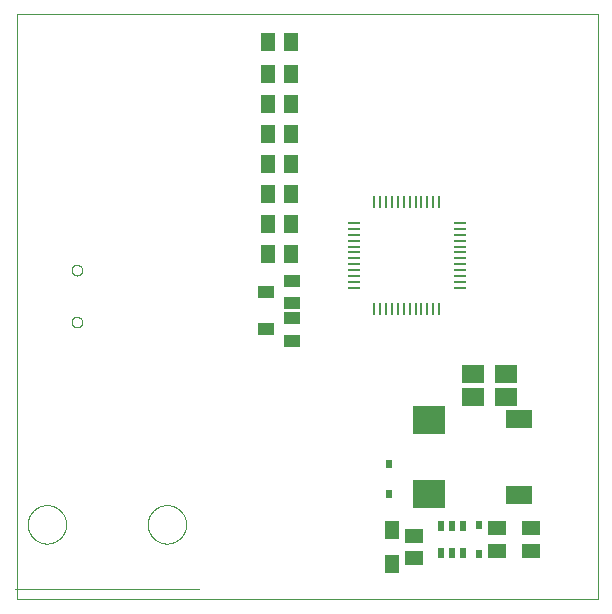
<source format=gbp>
G75*
%MOIN*%
%OFA0B0*%
%FSLAX25Y25*%
%IPPOS*%
%LPD*%
%AMOC8*
5,1,8,0,0,1.08239X$1,22.5*
%
%ADD10C,0.00000*%
%ADD11R,0.05118X0.05906*%
%ADD12R,0.11024X0.09449*%
%ADD13R,0.05906X0.05118*%
%ADD14R,0.07677X0.05906*%
%ADD15R,0.05512X0.03937*%
%ADD16R,0.02362X0.03150*%
%ADD17R,0.04724X0.05906*%
%ADD18R,0.03937X0.00787*%
%ADD19R,0.00787X0.03937*%
%ADD20R,0.02362X0.03543*%
%ADD21C,0.00039*%
%ADD22R,0.08661X0.06299*%
D10*
X0031644Y0065933D02*
X0031644Y0260894D01*
X0225345Y0260894D01*
X0225345Y0065933D01*
X0031644Y0065933D01*
X0035244Y0090933D02*
X0035246Y0091093D01*
X0035252Y0091252D01*
X0035262Y0091411D01*
X0035276Y0091570D01*
X0035294Y0091729D01*
X0035315Y0091887D01*
X0035341Y0092044D01*
X0035371Y0092201D01*
X0035404Y0092357D01*
X0035442Y0092512D01*
X0035483Y0092666D01*
X0035528Y0092819D01*
X0035577Y0092971D01*
X0035630Y0093122D01*
X0035686Y0093271D01*
X0035747Y0093419D01*
X0035810Y0093565D01*
X0035878Y0093710D01*
X0035949Y0093853D01*
X0036023Y0093994D01*
X0036101Y0094133D01*
X0036183Y0094270D01*
X0036268Y0094405D01*
X0036356Y0094538D01*
X0036448Y0094669D01*
X0036542Y0094797D01*
X0036640Y0094923D01*
X0036741Y0095047D01*
X0036845Y0095168D01*
X0036952Y0095286D01*
X0037062Y0095402D01*
X0037175Y0095515D01*
X0037291Y0095625D01*
X0037409Y0095732D01*
X0037530Y0095836D01*
X0037654Y0095937D01*
X0037780Y0096035D01*
X0037908Y0096129D01*
X0038039Y0096221D01*
X0038172Y0096309D01*
X0038307Y0096394D01*
X0038444Y0096476D01*
X0038583Y0096554D01*
X0038724Y0096628D01*
X0038867Y0096699D01*
X0039012Y0096767D01*
X0039158Y0096830D01*
X0039306Y0096891D01*
X0039455Y0096947D01*
X0039606Y0097000D01*
X0039758Y0097049D01*
X0039911Y0097094D01*
X0040065Y0097135D01*
X0040220Y0097173D01*
X0040376Y0097206D01*
X0040533Y0097236D01*
X0040690Y0097262D01*
X0040848Y0097283D01*
X0041007Y0097301D01*
X0041166Y0097315D01*
X0041325Y0097325D01*
X0041484Y0097331D01*
X0041644Y0097333D01*
X0041804Y0097331D01*
X0041963Y0097325D01*
X0042122Y0097315D01*
X0042281Y0097301D01*
X0042440Y0097283D01*
X0042598Y0097262D01*
X0042755Y0097236D01*
X0042912Y0097206D01*
X0043068Y0097173D01*
X0043223Y0097135D01*
X0043377Y0097094D01*
X0043530Y0097049D01*
X0043682Y0097000D01*
X0043833Y0096947D01*
X0043982Y0096891D01*
X0044130Y0096830D01*
X0044276Y0096767D01*
X0044421Y0096699D01*
X0044564Y0096628D01*
X0044705Y0096554D01*
X0044844Y0096476D01*
X0044981Y0096394D01*
X0045116Y0096309D01*
X0045249Y0096221D01*
X0045380Y0096129D01*
X0045508Y0096035D01*
X0045634Y0095937D01*
X0045758Y0095836D01*
X0045879Y0095732D01*
X0045997Y0095625D01*
X0046113Y0095515D01*
X0046226Y0095402D01*
X0046336Y0095286D01*
X0046443Y0095168D01*
X0046547Y0095047D01*
X0046648Y0094923D01*
X0046746Y0094797D01*
X0046840Y0094669D01*
X0046932Y0094538D01*
X0047020Y0094405D01*
X0047105Y0094270D01*
X0047187Y0094133D01*
X0047265Y0093994D01*
X0047339Y0093853D01*
X0047410Y0093710D01*
X0047478Y0093565D01*
X0047541Y0093419D01*
X0047602Y0093271D01*
X0047658Y0093122D01*
X0047711Y0092971D01*
X0047760Y0092819D01*
X0047805Y0092666D01*
X0047846Y0092512D01*
X0047884Y0092357D01*
X0047917Y0092201D01*
X0047947Y0092044D01*
X0047973Y0091887D01*
X0047994Y0091729D01*
X0048012Y0091570D01*
X0048026Y0091411D01*
X0048036Y0091252D01*
X0048042Y0091093D01*
X0048044Y0090933D01*
X0048042Y0090773D01*
X0048036Y0090614D01*
X0048026Y0090455D01*
X0048012Y0090296D01*
X0047994Y0090137D01*
X0047973Y0089979D01*
X0047947Y0089822D01*
X0047917Y0089665D01*
X0047884Y0089509D01*
X0047846Y0089354D01*
X0047805Y0089200D01*
X0047760Y0089047D01*
X0047711Y0088895D01*
X0047658Y0088744D01*
X0047602Y0088595D01*
X0047541Y0088447D01*
X0047478Y0088301D01*
X0047410Y0088156D01*
X0047339Y0088013D01*
X0047265Y0087872D01*
X0047187Y0087733D01*
X0047105Y0087596D01*
X0047020Y0087461D01*
X0046932Y0087328D01*
X0046840Y0087197D01*
X0046746Y0087069D01*
X0046648Y0086943D01*
X0046547Y0086819D01*
X0046443Y0086698D01*
X0046336Y0086580D01*
X0046226Y0086464D01*
X0046113Y0086351D01*
X0045997Y0086241D01*
X0045879Y0086134D01*
X0045758Y0086030D01*
X0045634Y0085929D01*
X0045508Y0085831D01*
X0045380Y0085737D01*
X0045249Y0085645D01*
X0045116Y0085557D01*
X0044981Y0085472D01*
X0044844Y0085390D01*
X0044705Y0085312D01*
X0044564Y0085238D01*
X0044421Y0085167D01*
X0044276Y0085099D01*
X0044130Y0085036D01*
X0043982Y0084975D01*
X0043833Y0084919D01*
X0043682Y0084866D01*
X0043530Y0084817D01*
X0043377Y0084772D01*
X0043223Y0084731D01*
X0043068Y0084693D01*
X0042912Y0084660D01*
X0042755Y0084630D01*
X0042598Y0084604D01*
X0042440Y0084583D01*
X0042281Y0084565D01*
X0042122Y0084551D01*
X0041963Y0084541D01*
X0041804Y0084535D01*
X0041644Y0084533D01*
X0041484Y0084535D01*
X0041325Y0084541D01*
X0041166Y0084551D01*
X0041007Y0084565D01*
X0040848Y0084583D01*
X0040690Y0084604D01*
X0040533Y0084630D01*
X0040376Y0084660D01*
X0040220Y0084693D01*
X0040065Y0084731D01*
X0039911Y0084772D01*
X0039758Y0084817D01*
X0039606Y0084866D01*
X0039455Y0084919D01*
X0039306Y0084975D01*
X0039158Y0085036D01*
X0039012Y0085099D01*
X0038867Y0085167D01*
X0038724Y0085238D01*
X0038583Y0085312D01*
X0038444Y0085390D01*
X0038307Y0085472D01*
X0038172Y0085557D01*
X0038039Y0085645D01*
X0037908Y0085737D01*
X0037780Y0085831D01*
X0037654Y0085929D01*
X0037530Y0086030D01*
X0037409Y0086134D01*
X0037291Y0086241D01*
X0037175Y0086351D01*
X0037062Y0086464D01*
X0036952Y0086580D01*
X0036845Y0086698D01*
X0036741Y0086819D01*
X0036640Y0086943D01*
X0036542Y0087069D01*
X0036448Y0087197D01*
X0036356Y0087328D01*
X0036268Y0087461D01*
X0036183Y0087596D01*
X0036101Y0087733D01*
X0036023Y0087872D01*
X0035949Y0088013D01*
X0035878Y0088156D01*
X0035810Y0088301D01*
X0035747Y0088447D01*
X0035686Y0088595D01*
X0035630Y0088744D01*
X0035577Y0088895D01*
X0035528Y0089047D01*
X0035483Y0089200D01*
X0035442Y0089354D01*
X0035404Y0089509D01*
X0035371Y0089665D01*
X0035341Y0089822D01*
X0035315Y0089979D01*
X0035294Y0090137D01*
X0035276Y0090296D01*
X0035262Y0090455D01*
X0035252Y0090614D01*
X0035246Y0090773D01*
X0035244Y0090933D01*
X0075244Y0090933D02*
X0075246Y0091093D01*
X0075252Y0091252D01*
X0075262Y0091411D01*
X0075276Y0091570D01*
X0075294Y0091729D01*
X0075315Y0091887D01*
X0075341Y0092044D01*
X0075371Y0092201D01*
X0075404Y0092357D01*
X0075442Y0092512D01*
X0075483Y0092666D01*
X0075528Y0092819D01*
X0075577Y0092971D01*
X0075630Y0093122D01*
X0075686Y0093271D01*
X0075747Y0093419D01*
X0075810Y0093565D01*
X0075878Y0093710D01*
X0075949Y0093853D01*
X0076023Y0093994D01*
X0076101Y0094133D01*
X0076183Y0094270D01*
X0076268Y0094405D01*
X0076356Y0094538D01*
X0076448Y0094669D01*
X0076542Y0094797D01*
X0076640Y0094923D01*
X0076741Y0095047D01*
X0076845Y0095168D01*
X0076952Y0095286D01*
X0077062Y0095402D01*
X0077175Y0095515D01*
X0077291Y0095625D01*
X0077409Y0095732D01*
X0077530Y0095836D01*
X0077654Y0095937D01*
X0077780Y0096035D01*
X0077908Y0096129D01*
X0078039Y0096221D01*
X0078172Y0096309D01*
X0078307Y0096394D01*
X0078444Y0096476D01*
X0078583Y0096554D01*
X0078724Y0096628D01*
X0078867Y0096699D01*
X0079012Y0096767D01*
X0079158Y0096830D01*
X0079306Y0096891D01*
X0079455Y0096947D01*
X0079606Y0097000D01*
X0079758Y0097049D01*
X0079911Y0097094D01*
X0080065Y0097135D01*
X0080220Y0097173D01*
X0080376Y0097206D01*
X0080533Y0097236D01*
X0080690Y0097262D01*
X0080848Y0097283D01*
X0081007Y0097301D01*
X0081166Y0097315D01*
X0081325Y0097325D01*
X0081484Y0097331D01*
X0081644Y0097333D01*
X0081804Y0097331D01*
X0081963Y0097325D01*
X0082122Y0097315D01*
X0082281Y0097301D01*
X0082440Y0097283D01*
X0082598Y0097262D01*
X0082755Y0097236D01*
X0082912Y0097206D01*
X0083068Y0097173D01*
X0083223Y0097135D01*
X0083377Y0097094D01*
X0083530Y0097049D01*
X0083682Y0097000D01*
X0083833Y0096947D01*
X0083982Y0096891D01*
X0084130Y0096830D01*
X0084276Y0096767D01*
X0084421Y0096699D01*
X0084564Y0096628D01*
X0084705Y0096554D01*
X0084844Y0096476D01*
X0084981Y0096394D01*
X0085116Y0096309D01*
X0085249Y0096221D01*
X0085380Y0096129D01*
X0085508Y0096035D01*
X0085634Y0095937D01*
X0085758Y0095836D01*
X0085879Y0095732D01*
X0085997Y0095625D01*
X0086113Y0095515D01*
X0086226Y0095402D01*
X0086336Y0095286D01*
X0086443Y0095168D01*
X0086547Y0095047D01*
X0086648Y0094923D01*
X0086746Y0094797D01*
X0086840Y0094669D01*
X0086932Y0094538D01*
X0087020Y0094405D01*
X0087105Y0094270D01*
X0087187Y0094133D01*
X0087265Y0093994D01*
X0087339Y0093853D01*
X0087410Y0093710D01*
X0087478Y0093565D01*
X0087541Y0093419D01*
X0087602Y0093271D01*
X0087658Y0093122D01*
X0087711Y0092971D01*
X0087760Y0092819D01*
X0087805Y0092666D01*
X0087846Y0092512D01*
X0087884Y0092357D01*
X0087917Y0092201D01*
X0087947Y0092044D01*
X0087973Y0091887D01*
X0087994Y0091729D01*
X0088012Y0091570D01*
X0088026Y0091411D01*
X0088036Y0091252D01*
X0088042Y0091093D01*
X0088044Y0090933D01*
X0088042Y0090773D01*
X0088036Y0090614D01*
X0088026Y0090455D01*
X0088012Y0090296D01*
X0087994Y0090137D01*
X0087973Y0089979D01*
X0087947Y0089822D01*
X0087917Y0089665D01*
X0087884Y0089509D01*
X0087846Y0089354D01*
X0087805Y0089200D01*
X0087760Y0089047D01*
X0087711Y0088895D01*
X0087658Y0088744D01*
X0087602Y0088595D01*
X0087541Y0088447D01*
X0087478Y0088301D01*
X0087410Y0088156D01*
X0087339Y0088013D01*
X0087265Y0087872D01*
X0087187Y0087733D01*
X0087105Y0087596D01*
X0087020Y0087461D01*
X0086932Y0087328D01*
X0086840Y0087197D01*
X0086746Y0087069D01*
X0086648Y0086943D01*
X0086547Y0086819D01*
X0086443Y0086698D01*
X0086336Y0086580D01*
X0086226Y0086464D01*
X0086113Y0086351D01*
X0085997Y0086241D01*
X0085879Y0086134D01*
X0085758Y0086030D01*
X0085634Y0085929D01*
X0085508Y0085831D01*
X0085380Y0085737D01*
X0085249Y0085645D01*
X0085116Y0085557D01*
X0084981Y0085472D01*
X0084844Y0085390D01*
X0084705Y0085312D01*
X0084564Y0085238D01*
X0084421Y0085167D01*
X0084276Y0085099D01*
X0084130Y0085036D01*
X0083982Y0084975D01*
X0083833Y0084919D01*
X0083682Y0084866D01*
X0083530Y0084817D01*
X0083377Y0084772D01*
X0083223Y0084731D01*
X0083068Y0084693D01*
X0082912Y0084660D01*
X0082755Y0084630D01*
X0082598Y0084604D01*
X0082440Y0084583D01*
X0082281Y0084565D01*
X0082122Y0084551D01*
X0081963Y0084541D01*
X0081804Y0084535D01*
X0081644Y0084533D01*
X0081484Y0084535D01*
X0081325Y0084541D01*
X0081166Y0084551D01*
X0081007Y0084565D01*
X0080848Y0084583D01*
X0080690Y0084604D01*
X0080533Y0084630D01*
X0080376Y0084660D01*
X0080220Y0084693D01*
X0080065Y0084731D01*
X0079911Y0084772D01*
X0079758Y0084817D01*
X0079606Y0084866D01*
X0079455Y0084919D01*
X0079306Y0084975D01*
X0079158Y0085036D01*
X0079012Y0085099D01*
X0078867Y0085167D01*
X0078724Y0085238D01*
X0078583Y0085312D01*
X0078444Y0085390D01*
X0078307Y0085472D01*
X0078172Y0085557D01*
X0078039Y0085645D01*
X0077908Y0085737D01*
X0077780Y0085831D01*
X0077654Y0085929D01*
X0077530Y0086030D01*
X0077409Y0086134D01*
X0077291Y0086241D01*
X0077175Y0086351D01*
X0077062Y0086464D01*
X0076952Y0086580D01*
X0076845Y0086698D01*
X0076741Y0086819D01*
X0076640Y0086943D01*
X0076542Y0087069D01*
X0076448Y0087197D01*
X0076356Y0087328D01*
X0076268Y0087461D01*
X0076183Y0087596D01*
X0076101Y0087733D01*
X0076023Y0087872D01*
X0075949Y0088013D01*
X0075878Y0088156D01*
X0075810Y0088301D01*
X0075747Y0088447D01*
X0075686Y0088595D01*
X0075630Y0088744D01*
X0075577Y0088895D01*
X0075528Y0089047D01*
X0075483Y0089200D01*
X0075442Y0089354D01*
X0075404Y0089509D01*
X0075371Y0089665D01*
X0075341Y0089822D01*
X0075315Y0089979D01*
X0075294Y0090137D01*
X0075276Y0090296D01*
X0075262Y0090455D01*
X0075252Y0090614D01*
X0075246Y0090773D01*
X0075244Y0090933D01*
X0049872Y0158335D02*
X0049874Y0158419D01*
X0049880Y0158502D01*
X0049890Y0158585D01*
X0049904Y0158668D01*
X0049921Y0158750D01*
X0049943Y0158831D01*
X0049968Y0158910D01*
X0049997Y0158989D01*
X0050030Y0159066D01*
X0050066Y0159141D01*
X0050106Y0159215D01*
X0050149Y0159287D01*
X0050196Y0159356D01*
X0050246Y0159423D01*
X0050299Y0159488D01*
X0050355Y0159550D01*
X0050413Y0159610D01*
X0050475Y0159667D01*
X0050539Y0159720D01*
X0050606Y0159771D01*
X0050675Y0159818D01*
X0050746Y0159863D01*
X0050819Y0159903D01*
X0050894Y0159940D01*
X0050971Y0159974D01*
X0051049Y0160004D01*
X0051128Y0160030D01*
X0051209Y0160053D01*
X0051291Y0160071D01*
X0051373Y0160086D01*
X0051456Y0160097D01*
X0051539Y0160104D01*
X0051623Y0160107D01*
X0051707Y0160106D01*
X0051790Y0160101D01*
X0051874Y0160092D01*
X0051956Y0160079D01*
X0052038Y0160063D01*
X0052119Y0160042D01*
X0052200Y0160018D01*
X0052278Y0159990D01*
X0052356Y0159958D01*
X0052432Y0159922D01*
X0052506Y0159883D01*
X0052578Y0159841D01*
X0052648Y0159795D01*
X0052716Y0159746D01*
X0052781Y0159694D01*
X0052844Y0159639D01*
X0052904Y0159581D01*
X0052962Y0159520D01*
X0053016Y0159456D01*
X0053068Y0159390D01*
X0053116Y0159322D01*
X0053161Y0159251D01*
X0053202Y0159178D01*
X0053241Y0159104D01*
X0053275Y0159028D01*
X0053306Y0158950D01*
X0053333Y0158871D01*
X0053357Y0158790D01*
X0053376Y0158709D01*
X0053392Y0158627D01*
X0053404Y0158544D01*
X0053412Y0158460D01*
X0053416Y0158377D01*
X0053416Y0158293D01*
X0053412Y0158210D01*
X0053404Y0158126D01*
X0053392Y0158043D01*
X0053376Y0157961D01*
X0053357Y0157880D01*
X0053333Y0157799D01*
X0053306Y0157720D01*
X0053275Y0157642D01*
X0053241Y0157566D01*
X0053202Y0157492D01*
X0053161Y0157419D01*
X0053116Y0157348D01*
X0053068Y0157280D01*
X0053016Y0157214D01*
X0052962Y0157150D01*
X0052904Y0157089D01*
X0052844Y0157031D01*
X0052781Y0156976D01*
X0052716Y0156924D01*
X0052648Y0156875D01*
X0052578Y0156829D01*
X0052506Y0156787D01*
X0052432Y0156748D01*
X0052356Y0156712D01*
X0052278Y0156680D01*
X0052200Y0156652D01*
X0052119Y0156628D01*
X0052038Y0156607D01*
X0051956Y0156591D01*
X0051874Y0156578D01*
X0051790Y0156569D01*
X0051707Y0156564D01*
X0051623Y0156563D01*
X0051539Y0156566D01*
X0051456Y0156573D01*
X0051373Y0156584D01*
X0051291Y0156599D01*
X0051209Y0156617D01*
X0051128Y0156640D01*
X0051049Y0156666D01*
X0050971Y0156696D01*
X0050894Y0156730D01*
X0050819Y0156767D01*
X0050746Y0156807D01*
X0050675Y0156852D01*
X0050606Y0156899D01*
X0050539Y0156950D01*
X0050475Y0157003D01*
X0050413Y0157060D01*
X0050355Y0157120D01*
X0050299Y0157182D01*
X0050246Y0157247D01*
X0050196Y0157314D01*
X0050149Y0157383D01*
X0050106Y0157455D01*
X0050066Y0157529D01*
X0050030Y0157604D01*
X0049997Y0157681D01*
X0049968Y0157760D01*
X0049943Y0157839D01*
X0049921Y0157920D01*
X0049904Y0158002D01*
X0049890Y0158085D01*
X0049880Y0158168D01*
X0049874Y0158251D01*
X0049872Y0158335D01*
X0049872Y0175657D02*
X0049874Y0175741D01*
X0049880Y0175824D01*
X0049890Y0175907D01*
X0049904Y0175990D01*
X0049921Y0176072D01*
X0049943Y0176153D01*
X0049968Y0176232D01*
X0049997Y0176311D01*
X0050030Y0176388D01*
X0050066Y0176463D01*
X0050106Y0176537D01*
X0050149Y0176609D01*
X0050196Y0176678D01*
X0050246Y0176745D01*
X0050299Y0176810D01*
X0050355Y0176872D01*
X0050413Y0176932D01*
X0050475Y0176989D01*
X0050539Y0177042D01*
X0050606Y0177093D01*
X0050675Y0177140D01*
X0050746Y0177185D01*
X0050819Y0177225D01*
X0050894Y0177262D01*
X0050971Y0177296D01*
X0051049Y0177326D01*
X0051128Y0177352D01*
X0051209Y0177375D01*
X0051291Y0177393D01*
X0051373Y0177408D01*
X0051456Y0177419D01*
X0051539Y0177426D01*
X0051623Y0177429D01*
X0051707Y0177428D01*
X0051790Y0177423D01*
X0051874Y0177414D01*
X0051956Y0177401D01*
X0052038Y0177385D01*
X0052119Y0177364D01*
X0052200Y0177340D01*
X0052278Y0177312D01*
X0052356Y0177280D01*
X0052432Y0177244D01*
X0052506Y0177205D01*
X0052578Y0177163D01*
X0052648Y0177117D01*
X0052716Y0177068D01*
X0052781Y0177016D01*
X0052844Y0176961D01*
X0052904Y0176903D01*
X0052962Y0176842D01*
X0053016Y0176778D01*
X0053068Y0176712D01*
X0053116Y0176644D01*
X0053161Y0176573D01*
X0053202Y0176500D01*
X0053241Y0176426D01*
X0053275Y0176350D01*
X0053306Y0176272D01*
X0053333Y0176193D01*
X0053357Y0176112D01*
X0053376Y0176031D01*
X0053392Y0175949D01*
X0053404Y0175866D01*
X0053412Y0175782D01*
X0053416Y0175699D01*
X0053416Y0175615D01*
X0053412Y0175532D01*
X0053404Y0175448D01*
X0053392Y0175365D01*
X0053376Y0175283D01*
X0053357Y0175202D01*
X0053333Y0175121D01*
X0053306Y0175042D01*
X0053275Y0174964D01*
X0053241Y0174888D01*
X0053202Y0174814D01*
X0053161Y0174741D01*
X0053116Y0174670D01*
X0053068Y0174602D01*
X0053016Y0174536D01*
X0052962Y0174472D01*
X0052904Y0174411D01*
X0052844Y0174353D01*
X0052781Y0174298D01*
X0052716Y0174246D01*
X0052648Y0174197D01*
X0052578Y0174151D01*
X0052506Y0174109D01*
X0052432Y0174070D01*
X0052356Y0174034D01*
X0052278Y0174002D01*
X0052200Y0173974D01*
X0052119Y0173950D01*
X0052038Y0173929D01*
X0051956Y0173913D01*
X0051874Y0173900D01*
X0051790Y0173891D01*
X0051707Y0173886D01*
X0051623Y0173885D01*
X0051539Y0173888D01*
X0051456Y0173895D01*
X0051373Y0173906D01*
X0051291Y0173921D01*
X0051209Y0173939D01*
X0051128Y0173962D01*
X0051049Y0173988D01*
X0050971Y0174018D01*
X0050894Y0174052D01*
X0050819Y0174089D01*
X0050746Y0174129D01*
X0050675Y0174174D01*
X0050606Y0174221D01*
X0050539Y0174272D01*
X0050475Y0174325D01*
X0050413Y0174382D01*
X0050355Y0174442D01*
X0050299Y0174504D01*
X0050246Y0174569D01*
X0050196Y0174636D01*
X0050149Y0174705D01*
X0050106Y0174777D01*
X0050066Y0174851D01*
X0050030Y0174926D01*
X0049997Y0175003D01*
X0049968Y0175082D01*
X0049943Y0175161D01*
X0049921Y0175242D01*
X0049904Y0175324D01*
X0049890Y0175407D01*
X0049880Y0175490D01*
X0049874Y0175573D01*
X0049872Y0175657D01*
D11*
X0115404Y0180933D03*
X0122884Y0180933D03*
X0122884Y0190933D03*
X0115404Y0190933D03*
X0115404Y0200933D03*
X0122884Y0200933D03*
X0122884Y0211051D03*
X0115404Y0211051D03*
X0115404Y0220933D03*
X0122884Y0220933D03*
X0122884Y0230933D03*
X0115404Y0230933D03*
X0115404Y0241130D03*
X0122884Y0241130D03*
X0122884Y0251681D03*
X0115404Y0251681D03*
D12*
X0169144Y0125835D03*
X0169144Y0101031D03*
D13*
X0164144Y0087173D03*
X0164144Y0079693D03*
X0191644Y0082193D03*
X0191644Y0089673D03*
X0203144Y0089673D03*
X0203144Y0082193D03*
D14*
X0194557Y0133433D03*
X0194557Y0140933D03*
X0183730Y0140933D03*
X0183730Y0133433D03*
D15*
X0123474Y0152193D03*
X0123474Y0159673D03*
X0123474Y0164693D03*
X0123474Y0172173D03*
X0114813Y0168433D03*
X0114813Y0155933D03*
D16*
X0155620Y0110972D03*
X0155620Y0101130D03*
X0185644Y0090854D03*
X0185644Y0081012D03*
D17*
X0156644Y0077724D03*
X0156644Y0089142D03*
D18*
X0143849Y0169772D03*
X0143849Y0171740D03*
X0143849Y0173709D03*
X0143849Y0175677D03*
X0143849Y0177646D03*
X0143849Y0179614D03*
X0143849Y0181583D03*
X0143849Y0183551D03*
X0143849Y0185520D03*
X0143849Y0187488D03*
X0143849Y0189457D03*
X0143849Y0191425D03*
X0179282Y0191425D03*
X0179282Y0189457D03*
X0179282Y0187488D03*
X0179282Y0185520D03*
X0179282Y0183551D03*
X0179282Y0181583D03*
X0179282Y0179614D03*
X0179282Y0177646D03*
X0179282Y0175677D03*
X0179282Y0173709D03*
X0179282Y0171740D03*
X0179282Y0169772D03*
D19*
X0172392Y0162882D03*
X0170423Y0162882D03*
X0168455Y0162882D03*
X0166486Y0162882D03*
X0164518Y0162882D03*
X0162549Y0162882D03*
X0160581Y0162882D03*
X0158612Y0162882D03*
X0156644Y0162882D03*
X0154675Y0162882D03*
X0152707Y0162882D03*
X0150738Y0162882D03*
X0150738Y0198315D03*
X0152707Y0198315D03*
X0154675Y0198315D03*
X0156644Y0198315D03*
X0158612Y0198315D03*
X0160581Y0198315D03*
X0162549Y0198315D03*
X0164518Y0198315D03*
X0166486Y0198315D03*
X0168455Y0198315D03*
X0170423Y0198315D03*
X0172392Y0198315D03*
D20*
X0172904Y0090461D03*
X0176644Y0090461D03*
X0180384Y0090461D03*
X0180384Y0081406D03*
X0176644Y0081406D03*
X0172904Y0081406D03*
D21*
X0092394Y0069240D02*
X0030894Y0069240D01*
D22*
X0199144Y0100835D03*
X0199144Y0126031D03*
M02*

</source>
